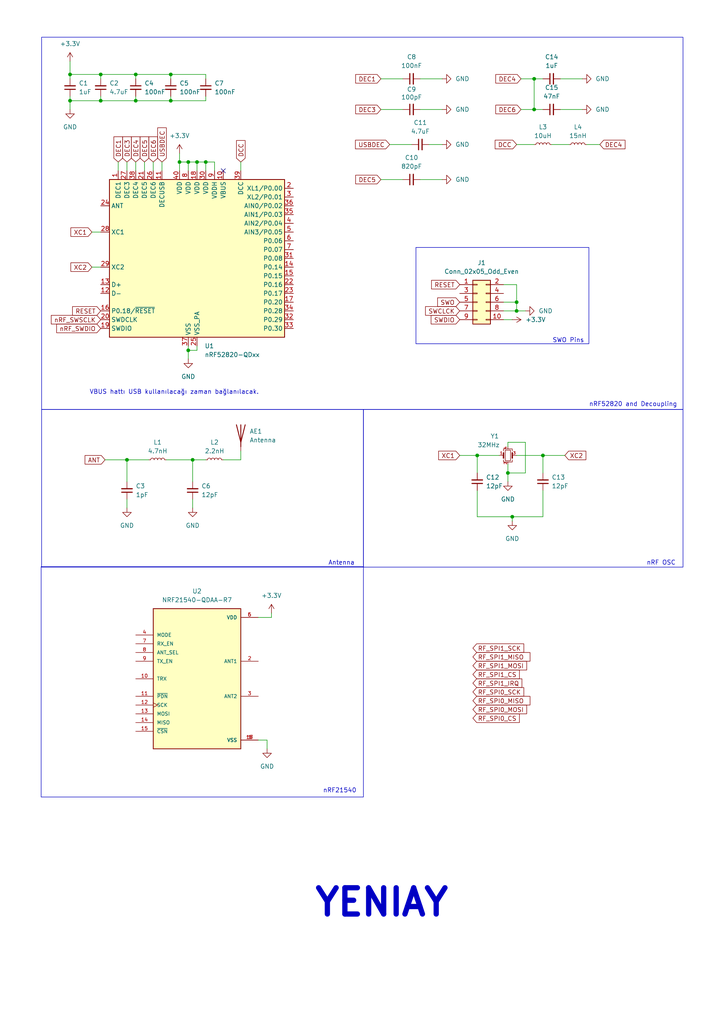
<source format=kicad_sch>
(kicad_sch (version 20231120) (generator "eeschema") (generator_version "8.0")
  (paper "A4" portrait)
  (lib_symbols
    (symbol "Connector_Generic:Conn_02x05_Odd_Even" (pin_names (offset 1.016) hide)
      (property "Reference" "J" (at 1.27 7.62 0))
      (property "Value" "Conn_02x05_Odd_Even" (at 1.27 -7.62 0))
      (symbol "Conn_02x05_Odd_Even_1_1"
        (rectangle (start -1.27 -4.953) (end 0 -5.207) (stroke (width 0.1524)))
        (rectangle (start -1.27 -2.413) (end 0 -2.667) (stroke (width 0.1524)))
        (rectangle (start -1.27 0.127) (end 0 -0.127) (stroke (width 0.1524)))
        (rectangle (start -1.27 2.667) (end 0 2.413) (stroke (width 0.1524)))
        (rectangle (start -1.27 5.207) (end 0 4.953) (stroke (width 0.1524)))
        (rectangle (start -1.27 6.35) (end 3.81 -6.35) (stroke (width 0.254)) (fill (type background)))
        (rectangle (start 3.81 -4.953) (end 2.54 -5.207) (stroke (width 0.1524)))
        (rectangle (start 3.81 -2.413) (end 2.54 -2.667) (stroke (width 0.1524)))
        (rectangle (start 3.81 0.127) (end 2.54 -0.127) (stroke (width 0.1524)))
        (rectangle (start 3.81 2.667) (end 2.54 2.413) (stroke (width 0.1524)))
        (rectangle (start 3.81 5.207) (end 2.54 4.953) (stroke (width 0.1524)))
        (pin passive line (at -5.08 5.08 0) (length 3.81) (name "Pin_1") (number "1"))
        (pin passive line (at 7.62 -5.08 180) (length 3.81) (name "Pin_10") (number "10"))
        (pin passive line (at 7.62 5.08 180) (length 3.81) (name "Pin_2") (number "2"))
        (pin passive line (at -5.08 2.54 0) (length 3.81) (name "Pin_3") (number "3"))
        (pin passive line (at 7.62 2.54 180) (length 3.81) (name "Pin_4") (number "4"))
        (pin passive line (at -5.08 0 0) (length 3.81) (name "Pin_5") (number "5"))
        (pin passive line (at 7.62 0 180) (length 3.81) (name "Pin_6") (number "6"))
        (pin passive line (at -5.08 -2.54 0) (length 3.81) (name "Pin_7") (number "7"))
        (pin passive line (at 7.62 -2.54 180) (length 3.81) (name "Pin_8") (number "8"))
        (pin passive line (at -5.08 -5.08 0) (length 3.81) (name "Pin_9") (number "9"))
      )
    )
    (symbol "Device:Antenna" (pin_numbers hide) (pin_names (offset 1.016) hide)
      (property "Reference" "AE" (at -1.905 1.905 0))
      (property "Value" "Antenna" (at -1.905 0 0))
      (symbol "Antenna_0_1"
        (polyline (pts (xy 0 2.54) (xy 0 -3.81)) (stroke (width 0.254)))
        (polyline (pts (xy 1.27 2.54) (xy 0 -2.54) (xy -1.27 2.54)) (stroke (width 0.254)))
      )
      (symbol "Antenna_1_1"
        (pin input line (at 0 -5.08 90) (length 2.54) (name "A") (number "1"))
      )
    )
    (symbol "Device:C_Small" (pin_numbers hide) (pin_names (offset 0.254) hide)
      (property "Reference" "C" (at 0.254 1.778 0))
      (property "Value" "C_Small" (at 0.254 -2.032 0))
      (symbol "C_Small_0_1"
        (polyline (pts (xy -1.524 -0.508) (xy 1.524 -0.508)) (stroke (width 0.3302)))
        (polyline (pts (xy -1.524 0.508) (xy 1.524 0.508)) (stroke (width 0.3048)))
      )
      (symbol "C_Small_1_1"
        (pin passive line (at 0 2.54 270) (length 2.032) (name "~") (number "1"))
        (pin passive line (at 0 -2.54 90) (length 2.032) (name "~") (number "2"))
      )
    )
    (symbol "Device:Crystal_GND24_Small" (pin_names (offset 1.016) hide)
      (property "Reference" "Y" (at 1.27 4.445 0))
      (property "Value" "Crystal_GND24_Small" (at 1.27 2.54 0))
      (symbol "Crystal_GND24_Small_0_1"
        (rectangle (start -0.762 -1.524) (end 0.762 1.524))
        (polyline (pts (xy -1.27 -0.762) (xy -1.27 0.762)) (stroke (width 0.381)))
        (polyline (pts (xy 1.27 -0.762) (xy 1.27 0.762)) (stroke (width 0.381)))
        (polyline (pts (xy -1.27 -1.27) (xy -1.27 -1.905) (xy 1.27 -1.905) (xy 1.27 -1.27)))
        (polyline (pts (xy -1.27 1.27) (xy -1.27 1.905) (xy 1.27 1.905) (xy 1.27 1.27)))
      )
      (symbol "Crystal_GND24_Small_1_1"
        (pin passive line (at -2.54 0 0) (length 1.27) (name "1") (number "1"))
        (pin passive line (at 0 -2.54 90) (length 0.635) (name "2") (number "2"))
        (pin passive line (at 2.54 0 180) (length 1.27) (name "3") (number "3"))
        (pin passive line (at 0 2.54 270) (length 0.635) (name "4") (number "4"))
      )
    )
    (symbol "Device:L_Small" (pin_numbers hide) (pin_names (offset 0.254) hide)
      (property "Reference" "L" (at 0.762 1.016 0))
      (property "Value" "L_Small" (at 0.762 -1.016 0))
      (symbol "L_Small_0_1"
        (arc (start 0 -2.032) (mid 0.5058 -1.524) (end 0 -1.016))
        (arc (start 0 -1.016) (mid 0.5058 -0.508) (end 0 0))
        (arc (start 0 0) (mid 0.5058 0.508) (end 0 1.016))
        (arc (start 0 1.016) (mid 0.5058 1.524) (end 0 2.032))
      )
      (symbol "L_Small_1_1"
        (pin passive line (at 0 2.54 270) (length 0.508) (name "~") (number "1"))
        (pin passive line (at 0 -2.54 90) (length 0.508) (name "~") (number "2"))
      )
    )
    (symbol "MCU_Nordic:nRF52820-QDxx"
      (property "Reference" "U" (at -2.54 0 0))
      (property "Value" "nRF52820-QDxx" (at -2.54 -2.54 0))
      (symbol "nRF52820-QDxx_0_1"
        (rectangle (start -25.4 22.86) (end 25.4 -22.86) (stroke (width 0.254)) (fill (type background)))
      )
      (symbol "nRF52820-QDxx_1_1"
        (pin passive line (at -22.86 25.4 270) (length 2.54) (name "DEC1") (number "1"))
        (pin power_in line (at 7.62 25.4 270) (length 2.54) (name "VBUS") (number "10"))
        (pin passive line (at -10.16 25.4 270) (length 2.54) (name "DECUSB") (number "11"))
        (pin bidirectional line (at -27.94 -10.16 0) (length 2.54) (name "D-") (number "12"))
        (pin bidirectional line (at -27.94 -7.62 0) (length 2.54) (name "D+") (number "13"))
        (pin bidirectional line (at 27.94 -2.54 180) (length 2.54) (name "P0.14") (number "14"))
        (pin bidirectional line (at 27.94 -5.08 180) (length 2.54) (name "P0.15") (number "15"))
        (pin bidirectional line (at -27.94 -15.24 0) (length 2.54) (name "P0.18/~{RESET}") (number "16"))
        (pin bidirectional line (at 27.94 -12.7 180) (length 2.54) (name "P0.20") (number "17"))
        (pin power_in line (at 0 25.4 270) (length 2.54) (name "VDD") (number "18"))
        (pin bidirectional line (at -27.94 -20.32 0) (length 2.54) (name "SWDIO") (number "19"))
        (pin bidirectional line (at 27.94 20.32 180) (length 2.54) (name "XL1/P0.00") (number "2"))
        (pin input line (at -27.94 -17.78 0) (length 2.54) (name "SWDCLK") (number "20"))
        (pin passive line (at -15.24 25.4 270) (length 2.54) (name "DEC5") (number "21"))
        (pin bidirectional line (at 27.94 -7.62 180) (length 2.54) (name "P0.16") (number "22"))
        (pin bidirectional line (at 27.94 -10.16 180) (length 2.54) (name "P0.17") (number "23"))
        (pin passive line (at -27.94 15.24 0) (length 2.54) (name "ANT") (number "24"))
        (pin power_in line (at 0 -25.4 90) (length 2.54) (name "VSS_PA") (number "25"))
        (pin passive line (at -12.7 25.4 270) (length 2.54) (name "DEC6") (number "26"))
        (pin passive line (at -20.32 25.4 270) (length 2.54) (name "DEC3") (number "27"))
        (pin input line (at -27.94 7.62 0) (length 2.54) (name "XC1") (number "28"))
        (pin input line (at -27.94 -2.54 0) (length 2.54) (name "XC2") (number "29"))
        (pin bidirectional line (at 27.94 17.78 180) (length 2.54) (name "XL2/P0.01") (number "3"))
        (pin power_in line (at 2.54 25.4 270) (length 2.54) (name "VDD") (number "30"))
        (pin bidirectional line (at 27.94 0 180) (length 2.54) (name "P0.08") (number "31"))
        (pin bidirectional line (at 27.94 -17.78 180) (length 2.54) (name "P0.29") (number "32"))
        (pin bidirectional line (at 27.94 -20.32 180) (length 2.54) (name "P0.30") (number "33"))
        (pin bidirectional line (at 27.94 -15.24 180) (length 2.54) (name "P0.28") (number "34"))
        (pin bidirectional line (at 27.94 12.7 180) (length 2.54) (name "AIN1/P0.03") (number "35"))
        (pin bidirectional line (at 27.94 15.24 180) (length 2.54) (name "AIN0/P0.02") (number "36"))
        (pin power_in line (at -2.54 -25.4 90) (length 2.54) (name "VSS") (number "37"))
        (pin passive line (at -17.78 25.4 270) (length 2.54) (name "DEC4") (number "38"))
        (pin power_out line (at 12.7 25.4 270) (length 2.54) (name "DCC") (number "39"))
        (pin bidirectional line (at 27.94 10.16 180) (length 2.54) (name "AIN2/P0.04") (number "4"))
        (pin power_in line (at -5.08 25.4 270) (length 2.54) (name "VDD") (number "40"))
        (pin passive line (at -2.54 -25.4 90) (length 2.54) hide (name "VSS") (number "41"))
        (pin bidirectional line (at 27.94 7.62 180) (length 2.54) (name "AIN3/P0.05") (number "5"))
        (pin bidirectional line (at 27.94 5.08 180) (length 2.54) (name "P0.06") (number "6"))
        (pin bidirectional line (at 27.94 2.54 180) (length 2.54) (name "P0.07") (number "7"))
        (pin power_in line (at -2.54 25.4 270) (length 2.54) (name "VDD") (number "8"))
        (pin power_in line (at 5.08 25.4 270) (length 2.54) (name "VDDH") (number "9"))
      )
    )
    (symbol "NRF21540-QDAA-R7:NRF21540-QDAA-R7" (pin_names (offset 1.016))
      (property "Reference" "U" (at -12.7 21.209 0))
      (property "Value" "NRF21540-QDAA-R7" (at -12.7 -22.86 0))
      (symbol "NRF21540-QDAA-R7_0_0"
        (rectangle (start -12.7 -20.32) (end 12.7 20.32) (stroke (width 0.254)) (fill (type background)))
        (pin power_in line (at 17.78 -17.78 180) (length 5.08) (name "VSS") (number "1"))
        (pin bidirectional line (at -17.78 0 0) (length 5.08) (name "TRX") (number "10"))
        (pin input line (at -17.78 -5.08 0) (length 5.08) (name "~{PDN}") (number "11"))
        (pin input clock (at -17.78 -7.62 0) (length 5.08) (name "SCK") (number "12"))
        (pin input line (at -17.78 -10.16 0) (length 5.08) (name "MOSI") (number "13"))
        (pin output line (at -17.78 -12.7 0) (length 5.08) (name "MISO") (number "14"))
        (pin input line (at -17.78 -15.24 0) (length 5.08) (name "~{CSN}") (number "15"))
        (pin power_in line (at 17.78 -17.78 180) (length 5.08) (name "VSS") (number "16"))
        (pin power_in line (at 17.78 -17.78 180) (length 5.08) (name "VSS") (number "17"))
        (pin bidirectional line (at 17.78 5.08 180) (length 5.08) (name "ANT1") (number "2"))
        (pin bidirectional line (at 17.78 -5.08 180) (length 5.08) (name "ANT2") (number "3"))
        (pin input line (at -17.78 12.7 0) (length 5.08) (name "MODE") (number "4"))
        (pin power_in line (at 17.78 17.78 180) (length 5.08) (name "VDD") (number "5"))
        (pin power_in line (at 17.78 17.78 180) (length 5.08) (name "VDD") (number "6"))
        (pin input line (at -17.78 10.16 0) (length 5.08) (name "RX_EN") (number "7"))
        (pin input line (at -17.78 7.62 0) (length 5.08) (name "ANT_SEL") (number "8"))
        (pin input line (at -17.78 5.08 0) (length 5.08) (name "TX_EN") (number "9"))
      )
    )
    (symbol "power:+3.3V" (power) (pin_numbers hide) (pin_names (offset 0) hide)
      (property "Value" "+3.3V" (at 0 3.556 0))
      (symbol "+3.3V_0_1"
        (polyline (pts (xy -0.762 1.27) (xy 0 2.54)))
        (polyline (pts (xy 0 0) (xy 0 2.54)))
        (polyline (pts (xy 0 2.54) (xy 0.762 1.27)))
      )
      (symbol "+3.3V_1_1"
        (pin power_in line (at 0 0 90) (length 0) (name "~") (number "1"))
      )
    )
    (symbol "power:GND" (power) (pin_numbers hide) (pin_names (offset 0) hide)
      (property "Value" "GND" (at 0 -3.81 0))
      (symbol "GND_0_1"
        (polyline (pts (xy 0 0) (xy 0 -1.27) (xy 1.27 -1.27) (xy 0 -2.54) (xy -1.27 -1.27) (xy 0 -1.27)))
      )
      (symbol "GND_1_1"
        (pin power_in line (at 0 0 270) (length 0) (name "~") (number "1"))
      )
    )
  )
  (junction (at 154.94 31.75))
  (junction (at 29.21 21.59))
  (junction (at 138.43 132.08))
  (junction (at 49.53 21.59))
  (junction (at 54.61 101.6))
  (junction (at 149.86 87.63))
  (junction (at 29.21 29.21))
  (junction (at 149.86 90.17))
  (junction (at 55.88 133.35))
  (junction (at 52.07 46.99))
  (junction (at 36.83 133.35))
  (junction (at 157.48 132.08))
  (junction (at 59.69 46.99))
  (junction (at 39.37 29.21))
  (junction (at 39.37 21.59))
  (junction (at 154.94 22.86))
  (junction (at 49.53 29.21))
  (junction (at 54.61 46.99))
  (junction (at 147.32 137.16))
  (junction (at 148.59 149.86))
  (junction (at 20.32 29.21))
  (junction (at 20.32 21.59))
  (junction (at 57.15 46.99))
  (no_connect (at 64.77 49.53))
  (wire (pts (xy 57.15 49.53) (xy 57.15 46.99)))
  (wire (pts (xy 170.18 41.91) (xy 173.99 41.91)))
  (wire (pts (xy 59.69 46.99) (xy 59.69 49.53)))
  (wire (pts (xy 20.32 21.59) (xy 20.32 22.86)))
  (wire (pts (xy 148.59 149.86) (xy 157.48 149.86)))
  (wire (pts (xy 62.23 49.53) (xy 62.23 46.99)))
  (wire (pts (xy 29.21 21.59) (xy 39.37 21.59)))
  (wire (pts (xy 162.56 22.86) (xy 168.91 22.86)))
  (wire (pts (xy 20.32 17.78) (xy 20.32 21.59)))
  (wire (pts (xy 78.74 179.07) (xy 74.93 179.07)))
  (wire (pts (xy 151.13 31.75) (xy 154.94 31.75)))
  (wire (pts (xy 149.86 90.17) (xy 152.4 90.17)))
  (wire (pts (xy 110.49 22.86) (xy 116.84 22.86)))
  (wire (pts (xy 138.43 149.86) (xy 148.59 149.86)))
  (wire (pts (xy 29.21 29.21) (xy 29.21 27.94)))
  (wire (pts (xy 54.61 101.6) (xy 57.15 101.6)))
  (wire (pts (xy 110.49 31.75) (xy 116.84 31.75)))
  (wire (pts (xy 147.32 128.27) (xy 152.4 128.27)))
  (wire (pts (xy 154.94 31.75) (xy 157.48 31.75)))
  (wire (pts (xy 144.78 132.08) (xy 138.43 132.08)))
  (wire (pts (xy 121.92 22.86) (xy 128.27 22.86)))
  (wire (pts (xy 146.05 90.17) (xy 149.86 90.17)))
  (wire (pts (xy 49.53 21.59) (xy 59.69 21.59)))
  (wire (pts (xy 39.37 29.21) (xy 49.53 29.21)))
  (wire (pts (xy 54.61 104.14) (xy 54.61 101.6)))
  (wire (pts (xy 147.32 129.54) (xy 147.32 128.27)))
  (wire (pts (xy 20.32 27.94) (xy 20.32 29.21)))
  (wire (pts (xy 121.92 52.07) (xy 128.27 52.07)))
  (wire (pts (xy 29.21 29.21) (xy 39.37 29.21)))
  (wire (pts (xy 152.4 137.16) (xy 147.32 137.16)))
  (wire (pts (xy 41.91 46.99) (xy 41.91 49.53)))
  (wire (pts (xy 30.48 133.35) (xy 36.83 133.35)))
  (wire (pts (xy 110.49 52.07) (xy 116.84 52.07)))
  (wire (pts (xy 149.86 132.08) (xy 157.48 132.08)))
  (wire (pts (xy 146.05 92.71) (xy 148.59 92.71)))
  (wire (pts (xy 55.88 133.35) (xy 59.69 133.35)))
  (wire (pts (xy 149.86 82.55) (xy 149.86 87.63)))
  (wire (pts (xy 157.48 132.08) (xy 163.83 132.08)))
  (wire (pts (xy 55.88 139.7) (xy 55.88 133.35)))
  (wire (pts (xy 55.88 144.78) (xy 55.88 147.32)))
  (wire (pts (xy 147.32 134.62) (xy 147.32 137.16)))
  (wire (pts (xy 39.37 21.59) (xy 39.37 22.86)))
  (wire (pts (xy 44.45 46.99) (xy 44.45 49.53)))
  (wire (pts (xy 36.83 144.78) (xy 36.83 147.32)))
  (wire (pts (xy 29.21 21.59) (xy 29.21 22.86)))
  (wire (pts (xy 149.86 41.91) (xy 154.94 41.91)))
  (wire (pts (xy 124.46 41.91) (xy 128.27 41.91)))
  (wire (pts (xy 160.02 41.91) (xy 165.1 41.91)))
  (wire (pts (xy 77.47 214.63) (xy 77.47 217.17)))
  (wire (pts (xy 59.69 29.21) (xy 59.69 27.94)))
  (wire (pts (xy 113.03 41.91) (xy 119.38 41.91)))
  (wire (pts (xy 157.48 142.24) (xy 157.48 149.86)))
  (wire (pts (xy 49.53 29.21) (xy 59.69 29.21)))
  (wire (pts (xy 49.53 29.21) (xy 49.53 27.94)))
  (wire (pts (xy 59.69 21.59) (xy 59.69 22.86)))
  (wire (pts (xy 69.85 133.35) (xy 69.85 130.81)))
  (wire (pts (xy 74.93 214.63) (xy 77.47 214.63)))
  (wire (pts (xy 49.53 21.59) (xy 49.53 22.86)))
  (wire (pts (xy 69.85 46.99) (xy 69.85 49.53)))
  (wire (pts (xy 62.23 46.99) (xy 59.69 46.99)))
  (wire (pts (xy 64.77 133.35) (xy 69.85 133.35)))
  (wire (pts (xy 52.07 46.99) (xy 52.07 44.45)))
  (wire (pts (xy 54.61 46.99) (xy 54.61 49.53)))
  (wire (pts (xy 39.37 46.99) (xy 39.37 49.53)))
  (wire (pts (xy 20.32 21.59) (xy 29.21 21.59)))
  (wire (pts (xy 149.86 87.63) (xy 149.86 90.17)))
  (wire (pts (xy 52.07 46.99) (xy 52.07 49.53)))
  (wire (pts (xy 54.61 46.99) (xy 57.15 46.99)))
  (wire (pts (xy 39.37 29.21) (xy 39.37 27.94)))
  (wire (pts (xy 34.29 46.99) (xy 34.29 49.53)))
  (wire (pts (xy 26.67 67.31) (xy 29.21 67.31)))
  (wire (pts (xy 133.35 132.08) (xy 138.43 132.08)))
  (wire (pts (xy 20.32 29.21) (xy 29.21 29.21)))
  (wire (pts (xy 147.32 137.16) (xy 147.32 139.7)))
  (wire (pts (xy 48.26 133.35) (xy 55.88 133.35)))
  (wire (pts (xy 36.83 133.35) (xy 43.18 133.35)))
  (wire (pts (xy 162.56 31.75) (xy 168.91 31.75)))
  (wire (pts (xy 146.05 87.63) (xy 149.86 87.63)))
  (wire (pts (xy 157.48 132.08) (xy 157.48 137.16)))
  (wire (pts (xy 20.32 29.21) (xy 20.32 31.75)))
  (wire (pts (xy 154.94 22.86) (xy 154.94 31.75)))
  (wire (pts (xy 78.74 177.8) (xy 78.74 179.07)))
  (wire (pts (xy 152.4 128.27) (xy 152.4 137.16)))
  (wire (pts (xy 36.83 46.99) (xy 36.83 49.53)))
  (wire (pts (xy 46.99 46.99) (xy 46.99 49.53)))
  (wire (pts (xy 121.92 31.75) (xy 128.27 31.75)))
  (wire (pts (xy 151.13 22.86) (xy 154.94 22.86)))
  (wire (pts (xy 138.43 142.24) (xy 138.43 149.86)))
  (wire (pts (xy 26.67 77.47) (xy 29.21 77.47)))
  (wire (pts (xy 146.05 82.55) (xy 149.86 82.55)))
  (wire (pts (xy 39.37 21.59) (xy 49.53 21.59)))
  (wire (pts (xy 36.83 133.35) (xy 36.83 139.7)))
  (wire (pts (xy 57.15 46.99) (xy 59.69 46.99)))
  (wire (pts (xy 54.61 46.99) (xy 52.07 46.99)))
  (wire (pts (xy 154.94 22.86) (xy 157.48 22.86)))
  (wire (pts (xy 57.15 101.6) (xy 57.15 100.33)))
  (wire (pts (xy 54.61 101.6) (xy 54.61 100.33)))
  (wire (pts (xy 148.59 151.13) (xy 148.59 149.86)))
  (wire (pts (xy 138.43 132.08) (xy 138.43 137.16)))
  (rectangle (start 12.065 118.745) (end 105.41 164.465))
  (rectangle (start 11.938 164.338) (end 105.41 231.14))
  (rectangle (start 105.41 118.745) (end 198.12 164.465))
  (rectangle (start 120.65 71.755) (end 170.815 99.695))
  (rectangle (start 12.065 10.795) (end 198.12 118.745))
  (text "SWO Pins" (at 164.846 98.806 0) (effects (font (size 1.27 1.27))))
  (text "nRF OSC" (at 191.77 163.322 0) (effects (font (size 1.27 1.27))))
  (text "nRF52820 and Decoupling" (at 183.642 117.348 0) (effects (font (size 1.27 1.27))))
  (text "YENIAY" (at 110.744 261.874 0) (effects (font (size 7.62 7.62) (thickness 1.524) (bold yes))))
  (text "Antenna" (at 99.06 163.322 0) (effects (font (size 1.27 1.27))))
  (text "nRF21540" (at 98.552 229.362 0) (effects (font (size 1.27 1.27))))
  (text "VBUS hattı USB kullanılacağı zaman bağlanılacak." (at 50.546 113.792 0) (effects (font (size 1.27 1.27))))
  (global_label "RF_SPI0_SCK" (shape input) (at 137.16 200.66 0) (property "Intersheetrefs" "${INTERSHEET_REFS}" (effects (hide yes))))
  (global_label "RF_SPI1_IRQ" (shape input) (at 137.16 198.12 0) (property "Intersheetrefs" "${INTERSHEET_REFS}" (effects (hide yes))))
  (global_label "ANT" (shape input) (at 30.48 133.35 180) (property "Intersheetrefs" "${INTERSHEET_REFS}" (effects (hide yes))))
  (global_label "USBDEC" (shape input) (at 46.99 46.99 90) (property "Intersheetrefs" "${INTERSHEET_REFS}" (effects (hide yes))))
  (global_label "DEC1" (shape input) (at 34.29 46.99 90) (property "Intersheetrefs" "${INTERSHEET_REFS}" (effects (hide yes))))
  (global_label "DEC4" (shape input) (at 39.37 46.99 90) (property "Intersheetrefs" "${INTERSHEET_REFS}" (effects (hide yes))))
  (global_label "DEC6" (shape input) (at 44.45 46.99 90) (property "Intersheetrefs" "${INTERSHEET_REFS}" (effects (hide yes))))
  (global_label "DEC3" (shape input) (at 36.83 46.99 90) (property "Intersheetrefs" "${INTERSHEET_REFS}" (effects (hide yes))))
  (global_label "nRF_SWSCLK" (shape input) (at 29.21 92.71 180) (property "Intersheetrefs" "${INTERSHEET_REFS}" (effects (hide yes))))
  (global_label "RESET" (shape input) (at 133.35 82.55 180) (property "Intersheetrefs" "${INTERSHEET_REFS}" (effects (hide yes))))
  (global_label "DEC1" (shape input) (at 110.49 22.86 180) (property "Intersheetrefs" "${INTERSHEET_REFS}" (effects (hide yes))))
  (global_label "RF_SPI1_MISO " (shape input) (at 137.16 190.5 0) (property "Intersheetrefs" "${INTERSHEET_REFS}" (effects (hide yes))))
  (global_label "RF_SPI1_SCK" (shape input) (at 137.16 187.96 0) (property "Intersheetrefs" "${INTERSHEET_REFS}" (effects (hide yes))))
  (global_label "USBDEC" (shape input) (at 113.03 41.91 180) (property "Intersheetrefs" "${INTERSHEET_REFS}" (effects (hide yes))))
  (global_label "XC2" (shape input) (at 26.67 77.47 180) (property "Intersheetrefs" "${INTERSHEET_REFS}" (effects (hide yes))))
  (global_label "DEC4" (shape input) (at 173.99 41.91 0) (property "Intersheetrefs" "${INTERSHEET_REFS}" (effects (hide yes))))
  (global_label "RF_SPI1_MOSI" (shape input) (at 137.16 193.04 0) (property "Intersheetrefs" "${INTERSHEET_REFS}" (effects (hide yes))))
  (global_label "DEC3" (shape input) (at 110.49 31.75 180) (property "Intersheetrefs" "${INTERSHEET_REFS}" (effects (hide yes))))
  (global_label "RESET" (shape input) (at 29.21 90.17 180) (property "Intersheetrefs" "${INTERSHEET_REFS}" (effects (hide yes))))
  (global_label "RF_SPI1_CS" (shape input) (at 137.16 195.58 0) (property "Intersheetrefs" "${INTERSHEET_REFS}" (effects (hide yes))))
  (global_label "XC2" (shape input) (at 163.83 132.08 0) (property "Intersheetrefs" "${INTERSHEET_REFS}" (effects (hide yes))))
  (global_label "SWO" (shape input) (at 133.35 87.63 180) (property "Intersheetrefs" "${INTERSHEET_REFS}" (effects (hide yes))))
  (global_label "RF_SPI0_MOSI" (shape input) (at 137.16 205.74 0) (property "Intersheetrefs" "${INTERSHEET_REFS}" (effects (hide yes))))
  (global_label "DCC" (shape input) (at 69.85 46.99 90) (property "Intersheetrefs" "${INTERSHEET_REFS}" (effects (hide yes))))
  (global_label "SWDIO" (shape input) (at 133.35 92.71 180) (property "Intersheetrefs" "${INTERSHEET_REFS}" (effects (hide yes))))
  (global_label "DEC5" (shape input) (at 41.91 46.99 90) (property "Intersheetrefs" "${INTERSHEET_REFS}" (effects (hide yes))))
  (global_label "RF_SPI0_MISO " (shape input) (at 137.16 203.2 0) (property "Intersheetrefs" "${INTERSHEET_REFS}" (effects (hide yes))))
  (global_label "XC1" (shape input) (at 133.35 132.08 180) (property "Intersheetrefs" "${INTERSHEET_REFS}" (effects (hide yes))))
  (global_label "DCC" (shape input) (at 149.86 41.91 180) (property "Intersheetrefs" "${INTERSHEET_REFS}" (effects (hide yes))))
  (global_label "XC1" (shape input) (at 26.67 67.31 180) (property "Intersheetrefs" "${INTERSHEET_REFS}" (effects (hide yes))))
  (global_label "DEC6" (shape input) (at 151.13 31.75 180) (property "Intersheetrefs" "${INTERSHEET_REFS}" (effects (hide yes))))
  (global_label "nRF_SWDIO" (shape input) (at 29.21 95.25 180) (property "Intersheetrefs" "${INTERSHEET_REFS}" (effects (hide yes))))
  (global_label "DEC5" (shape input) (at 110.49 52.07 180) (property "Intersheetrefs" "${INTERSHEET_REFS}" (effects (hide yes))))
  (global_label "DEC4" (shape input) (at 151.13 22.86 180) (property "Intersheetrefs" "${INTERSHEET_REFS}" (effects (hide yes))))
  (global_label "SWCLCK" (shape input) (at 133.35 90.17 180) (property "Intersheetrefs" "${INTERSHEET_REFS}" (effects (hide yes))))
  (global_label "RF_SPI0_CS" (shape input) (at 137.16 208.28 0) (property "Intersheetrefs" "${INTERSHEET_REFS}" (effects (hide yes))))
  (symbol (lib_id "MCU_Nordic:nRF52820-QDxx") (at 57.15 74.93 0) (unit 1)
    (property "Reference" "U1" (at 59.3441 100.33 0) (effects (justify left)))
    (property "Value" "nRF52820-QDxx" (at 59.3441 102.87 0) (effects (justify left)))
    (property "Footprint" "Package_DFN_QFN:QFN-40-1EP_5x5mm_P0.4mm_EP3.6x3.6mm" (effects (hide yes)))
    (property "Datasheet" "https://infocenter.nordicsemi.com/pdf/nRF52820_PS_v1.0.pdf" (effects (hide yes)))
    (property "Description" "Multiprotocol BLE/ANT/2.4 GHz/802.15.4 Cortex-M4 SoC, QFN-40" (effects (hide yes)))
  )
  (symbol (lib_id "Device:C_Small") (at 49.53 25.4 0) (unit 1)
    (property "Reference" "C5" (at 52.07 24.1362 0) (effects (justify left)))
    (property "Value" "100nF" (at 52.07 26.6762 0) (effects (justify left)))
    (property "Description" "Unpolarized capacitor, small symbol" (effects (hide yes)))
  )
  (symbol (lib_id "power:GND") (at 168.91 31.75 90) (unit 1)
    (property "Reference" "#PWR018" (effects (hide yes)))
    (property "Value" "GND" (at 172.72 31.7499 90) (effects (justify right)))
    (property "Description" "Power symbol creates a global label with name \"GND\" , ground" (effects (hide yes)))
  )
  (symbol (lib_id "NRF21540-QDAA-R7:NRF21540-QDAA-R7") (at 57.15 196.85 0) (unit 1)
    (property "Reference" "U2" (at 57.15 171.45 0))
    (property "Value" "NRF21540-QDAA-R7" (at 57.15 173.99 0))
    (property "Footprint" "nRF21540:QFN65P400X400X95-17N" (effects (hide yes)))
    (property "B_NOM" "0.3" (effects (hide yes)))
    (property "PIN_COUNT_D" "4.0" (effects (hide yes)))
    (property "B_MIN" "0.25" (effects (hide yes)))
    (property "Check_prices" "https://www.snapeda.com/parts/nRF21540-QDAA-R7/Nordic+Power/view-part/?ref=eda" (effects (hide yes)))
    (property "B_MAX" "0.35" (effects (hide yes)))
    (property "Description_1" "\n                        \n                            RF Front End 2.36GHz ~ 2.5GHz 802.15.4, Bluetooth, Zigbee® 16-QFN (4x4)\n                        \n" (effects (hide yes)))
    (property "Price" "None" (effects (hide yes)))
    (property "ENOM" "0.65" (effects (hide yes)))
    (property "D_NOM" "4.0" (effects (hide yes)))
    (property "D_MAX" "4.0" (effects (hide yes)))
    (property "L_MAX" "0.45" (effects (hide yes)))
    (property "A_MAX" "0.95" (effects (hide yes)))
    (property "Package" "None" (effects (hide yes)))
    (property "E2_NOM" "2.65" (effects (hide yes)))
    (property "D2_NOM" "2.65" (effects (hide yes)))
    (property "PARTREV" "1.0" (effects (hide yes)))
    (property "SnapEDA_Link" "https://www.snapeda.com/parts/nRF21540-QDAA-R7/Nordic+Power/view-part/?ref=snap" (effects (hide yes)))
    (property "E_NOM" "4.0" (effects (hide yes)))
    (property "STANDARD" "IPC 7351B" (effects (hide yes)))
    (property "L_NOM" "0.4" (effects (hide yes)))
    (property "MANUFACTURER" "Nordic Semiconductor" (effects (hide yes)))
    (property "MF" "Nordic Semiconductor" (effects (hide yes)))
    (property "PIN_COUNT_E" "4.0" (effects (hide yes)))
    (property "E_MIN" "4.0" (effects (hide yes)))
    (property "D_MIN" "4.0" (effects (hide yes)))
    (property "MP" "nRF21540-QDAA-R7" (effects (hide yes)))
    (property "L_MIN" "0.35" (effects (hide yes)))
    (property "Availability" "In Stock" (effects (hide yes)))
    (property "E_MAX" "4.0" (effects (hide yes)))
  )
  (symbol (lib_id "Device:C_Small") (at 121.92 41.91 90) (unit 1)
    (property "Reference" "C11" (at 121.9263 35.56 90))
    (property "Value" "4.7uF" (at 121.9263 38.1 90))
    (property "Description" "Unpolarized capacitor, small symbol" (effects (hide yes)))
  )
  (symbol (lib_id "Device:L_Small") (at 62.23 133.35 90) (unit 1)
    (property "Reference" "L2" (at 62.23 128.27 90))
    (property "Value" "2.2nH" (at 62.23 130.81 90))
    (property "Description" "Inductor, small symbol" (effects (hide yes)))
  )
  (symbol (lib_id "power:GND") (at 128.27 41.91 90) (unit 1)
    (property "Reference" "#PWR011" (effects (hide yes)))
    (property "Value" "GND" (at 132.08 41.9099 90) (effects (justify right)))
    (property "Description" "Power symbol creates a global label with name \"GND\" , ground" (effects (hide yes)))
  )
  (symbol (lib_id "power:GND") (at 128.27 31.75 90) (unit 1)
    (property "Reference" "#PWR010" (effects (hide yes)))
    (property "Value" "GND" (at 132.08 31.7499 90) (effects (justify right)))
    (property "Description" "Power symbol creates a global label with name \"GND\" , ground" (effects (hide yes)))
  )
  (symbol (lib_id "power:GND") (at 128.27 52.07 90) (unit 1)
    (property "Reference" "#PWR012" (effects (hide yes)))
    (property "Value" "GND" (at 132.08 52.0699 90) (effects (justify right)))
    (property "Description" "Power symbol creates a global label with name \"GND\" , ground" (effects (hide yes)))
  )
  (symbol (lib_id "Device:C_Small") (at 160.02 22.86 90) (unit 1)
    (property "Reference" "C14" (at 160.0263 16.51 90))
    (property "Value" "1uF" (at 160.0263 19.05 90))
    (property "Description" "Unpolarized capacitor, small symbol" (effects (hide yes)))
  )
  (symbol (lib_id "Device:C_Small") (at 59.69 25.4 0) (unit 1)
    (property "Reference" "C7" (at 62.23 24.1362 0) (effects (justify left)))
    (property "Value" "100nF" (at 62.23 26.6762 0) (effects (justify left)))
    (property "Description" "Unpolarized capacitor, small symbol" (effects (hide yes)))
  )
  (symbol (lib_id "power:GND") (at 148.59 151.13 0) (unit 1)
    (property "Reference" "#PWR015" (effects (hide yes)))
    (property "Value" "GND" (at 148.59 156.21 0))
    (property "Description" "Power symbol creates a global label with name \"GND\" , ground" (effects (hide yes)))
  )
  (symbol (lib_id "power:GND") (at 128.27 22.86 90) (unit 1)
    (property "Reference" "#PWR09" (effects (hide yes)))
    (property "Value" "GND" (at 132.08 22.8599 90) (effects (justify right)))
    (property "Description" "Power symbol creates a global label with name \"GND\" , ground" (effects (hide yes)))
  )
  (symbol (lib_id "Device:C_Small") (at 160.02 31.75 90) (unit 1)
    (property "Reference" "C15" (at 160.0263 25.4 90))
    (property "Value" "47nF" (at 160.0263 27.94 90))
    (property "Description" "Unpolarized capacitor, small symbol" (effects (hide yes)))
  )
  (symbol (lib_id "Device:L_Small") (at 45.72 133.35 90) (unit 1)
    (property "Reference" "L1" (at 45.72 128.27 90))
    (property "Value" "4.7nH" (at 45.72 130.81 90))
    (property "Description" "Inductor, small symbol" (effects (hide yes)))
  )
  (symbol (lib_id "Device:Antenna") (at 69.85 125.73 0) (unit 1)
    (property "Reference" "AE1" (at 72.39 125.0949 0) (effects (justify left)))
    (property "Value" "Antenna" (at 72.39 127.6349 0) (effects (justify left)))
    (property "Description" "Antenna" (effects (hide yes)))
  )
  (symbol (lib_id "Connector_Generic:Conn_02x05_Odd_Even") (at 138.43 87.63 0) (unit 1)
    (property "Reference" "J1" (at 139.7 76.2 0))
    (property "Value" "Conn_02x05_Odd_Even" (at 139.7 78.74 0))
    (property "Description" "Generic connector, double row, 02x05, odd/even pin numbering scheme (row 1 odd numbers, row 2 even numbers), script generated (kicad-library-utils/schlib/autogen/connector/)" (effects (hide yes)))
  )
  (symbol (lib_id "Device:C_Small") (at 157.48 139.7 180) (unit 1)
    (property "Reference" "C13" (at 160.02 138.4235 0) (effects (justify right)))
    (property "Value" "12pF" (at 160.02 140.9635 0) (effects (justify right)))
    (property "Description" "Unpolarized capacitor, small symbol" (effects (hide yes)))
  )
  (symbol (lib_id "Device:C_Small") (at 36.83 142.24 180) (unit 1)
    (property "Reference" "C3" (at 39.37 140.9635 0) (effects (justify right)))
    (property "Value" "1pF" (at 39.37 143.5035 0) (effects (justify right)))
    (property "Description" "Unpolarized capacitor, small symbol" (effects (hide yes)))
  )
  (symbol (lib_id "power:GND") (at 147.32 139.7 0) (unit 1)
    (property "Reference" "#PWR013" (effects (hide yes)))
    (property "Value" "GND" (at 147.32 144.78 0))
    (property "Description" "Power symbol creates a global label with name \"GND\" , ground" (effects (hide yes)))
  )
  (symbol (lib_id "Device:C_Small") (at 29.21 25.4 180) (unit 1)
    (property "Reference" "C2" (at 31.75 24.1235 0) (effects (justify right)))
    (property "Value" "4.7uF" (at 31.75 26.6635 0) (effects (justify right)))
    (property "Description" "Unpolarized capacitor, small symbol" (effects (hide yes)))
  )
  (symbol (lib_id "power:GND") (at 77.47 217.17 0) (unit 1)
    (property "Reference" "#PWR07" (effects (hide yes)))
    (property "Value" "GND" (at 77.47 222.25 0))
    (property "Description" "Power symbol creates a global label with name \"GND\" , ground" (effects (hide yes)))
  )
  (symbol (lib_id "power:GND") (at 55.88 147.32 0) (unit 1)
    (property "Reference" "#PWR06" (effects (hide yes)))
    (property "Value" "GND" (at 55.88 152.4 0))
    (property "Description" "Power symbol creates a global label with name \"GND\" , ground" (effects (hide yes)))
  )
  (symbol (lib_id "power:+3.3V") (at 20.32 17.78 0) (unit 1)
    (property "Reference" "#PWR01" (effects (hide yes)))
    (property "Value" "+3.3V" (at 20.32 12.7 0))
    (property "Description" "Power symbol creates a global label with name \"+3.3V\"" (effects (hide yes)))
  )
  (symbol (lib_id "power:GND") (at 20.32 31.75 0) (unit 1)
    (property "Reference" "#PWR02" (effects (hide yes)))
    (property "Value" "GND" (at 20.32 36.83 0))
    (property "Description" "Power symbol creates a global label with name \"GND\" , ground" (effects (hide yes)))
  )
  (symbol (lib_id "power:GND") (at 36.83 147.32 0) (unit 1)
    (property "Reference" "#PWR03" (effects (hide yes)))
    (property "Value" "GND" (at 36.83 152.4 0))
    (property "Description" "Power symbol creates a global label with name \"GND\" , ground" (effects (hide yes)))
  )
  (symbol (lib_id "Device:C_Small") (at 20.32 25.4 180) (unit 1)
    (property "Reference" "C1" (at 22.86 24.1235 0) (effects (justify right)))
    (property "Value" "1uF" (at 22.86 26.6635 0) (effects (justify right)))
    (property "Description" "Unpolarized capacitor, small symbol" (effects (hide yes)))
  )
  (symbol (lib_id "Device:C_Small") (at 119.38 31.75 90) (unit 1)
    (property "Reference" "C9" (at 119.38 25.908 90))
    (property "Value" "100pF" (at 119.38 28.194 90))
    (property "Description" "Unpolarized capacitor, small symbol" (effects (hide yes)))
  )
  (symbol (lib_id "power:GND") (at 168.91 22.86 90) (unit 1)
    (property "Reference" "#PWR017" (effects (hide yes)))
    (property "Value" "GND" (at 172.72 22.8599 90) (effects (justify right)))
    (property "Description" "Power symbol creates a global label with name \"GND\" , ground" (effects (hide yes)))
  )
  (symbol (lib_id "Device:C_Small") (at 119.38 52.07 90) (unit 1)
    (property "Reference" "C10" (at 119.3863 45.72 90))
    (property "Value" "820pF" (at 119.3863 48.26 90))
    (property "Description" "Unpolarized capacitor, small symbol" (effects (hide yes)))
  )
  (symbol (lib_id "Device:C_Small") (at 55.88 142.24 180) (unit 1)
    (property "Reference" "C6" (at 58.42 140.9635 0) (effects (justify right)))
    (property "Value" "12pF" (at 58.42 143.5035 0) (effects (justify right)))
    (property "Description" "Unpolarized capacitor, small symbol" (effects (hide yes)))
  )
  (symbol (lib_id "Device:C_Small") (at 119.38 22.86 90) (unit 1)
    (property "Reference" "C8" (at 119.3863 16.51 90))
    (property "Value" "100nF" (at 119.3863 19.05 90))
    (property "Description" "Unpolarized capacitor, small symbol" (effects (hide yes)))
  )
  (symbol (lib_id "Device:C_Small") (at 138.43 139.7 180) (unit 1)
    (property "Reference" "C12" (at 140.97 138.4235 0) (effects (justify right)))
    (property "Value" "12pF" (at 140.97 140.9635 0) (effects (justify right)))
    (property "Description" "Unpolarized capacitor, small symbol" (effects (hide yes)))
  )
  (symbol (lib_id "power:GND") (at 152.4 90.17 90) (unit 1)
    (property "Reference" "#PWR016" (effects (hide yes)))
    (property "Value" "GND" (at 156.21 90.1699 90) (effects (justify right)))
    (property "Description" "Power symbol creates a global label with name \"GND\" , ground" (effects (hide yes)))
  )
  (symbol (lib_id "Device:L_Small") (at 157.48 41.91 90) (unit 1)
    (property "Reference" "L3" (at 157.48 36.83 90))
    (property "Value" "10uH" (at 157.48 39.37 90))
    (property "Description" "Inductor, small symbol" (effects (hide yes)))
  )
  (symbol (lib_id "power:+3.3V") (at 148.59 92.71 270) (unit 1)
    (property "Reference" "#PWR014" (effects (hide yes)))
    (property "Value" "+3.3V" (at 152.4 92.7099 90) (effects (justify left)))
    (property "Description" "Power symbol creates a global label with name \"+3.3V\"" (effects (hide yes)))
  )
  (symbol (lib_id "power:GND") (at 54.61 104.14 0) (unit 1)
    (property "Reference" "#PWR05" (effects (hide yes)))
    (property "Value" "GND" (at 54.61 109.22 0))
    (property "Description" "Power symbol creates a global label with name \"GND\" , ground" (effects (hide yes)))
  )
  (symbol (lib_id "Device:L_Small") (at 167.64 41.91 90) (unit 1)
    (property "Reference" "L4" (at 167.64 36.83 90))
    (property "Value" "15nH" (at 167.64 39.37 90))
    (property "Description" "Inductor, small symbol" (effects (hide yes)))
  )
  (symbol (lib_id "power:+3.3V") (at 52.07 44.45 0) (unit 1)
    (property "Reference" "#PWR04" (effects (hide yes)))
    (property "Value" "+3.3V" (at 52.07 39.37 0))
    (property "Description" "Power symbol creates a global label with name \"+3.3V\"" (effects (hide yes)))
  )
  (symbol (lib_id "power:+3.3V") (at 78.74 177.8 0) (unit 1)
    (property "Reference" "#PWR08" (effects (hide yes)))
    (property "Value" "+3.3V" (at 78.74 172.72 0))
    (property "Description" "Power symbol creates a global label with name \"+3.3V\"" (effects (hide yes)))
  )
  (symbol (lib_id "Device:C_Small") (at 39.37 25.4 0) (unit 1)
    (property "Reference" "C4" (at 41.91 24.1362 0) (effects (justify left)))
    (property "Value" "100nF" (at 41.91 26.6762 0) (effects (justify left)))
    (property "Description" "Unpolarized capacitor, small symbol" (effects (hide yes)))
  )
  (symbol (lib_id "Device:Crystal_GND24_Small") (at 147.32 132.08 0) (unit 1)
    (property "Reference" "Y1" (at 143.51 126.492 0))
    (property "Value" "32MHz" (at 141.732 129.032 0))
    (property "Description" "Four pin crystal, GND on pins 2 and 4, small symbol" (effects (hide yes)))
  )
)
</source>
